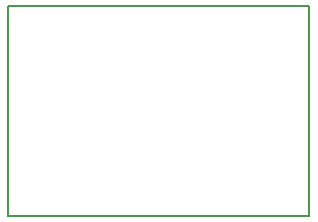
<source format=gbr>
%TF.GenerationSoftware,Altium Limited,Altium Designer,21.3.2 (30)*%
G04 Layer_Color=16711935*
%FSLAX24Y24*%
%MOIN*%
%TF.SameCoordinates,A906CF50-EBD2-4515-BF13-6977FA7C699A*%
%TF.FilePolarity,Positive*%
%TF.FileFunction,Other,Mechanical_1*%
%TF.Part,Single*%
G01*
G75*
%TA.AperFunction,NonConductor*%
%ADD68C,0.0050*%
D68*
X10911Y42494D02*
X20950D01*
X11950Y49502D02*
X20950D01*
X11950Y49502D02*
Y49502D01*
X10911D02*
X11950D01*
X20950Y42494D02*
Y49502D01*
X10911Y42494D02*
Y49502D01*
%TF.MD5,6261a8563d03fd17d6691131afe55065*%
M02*

</source>
